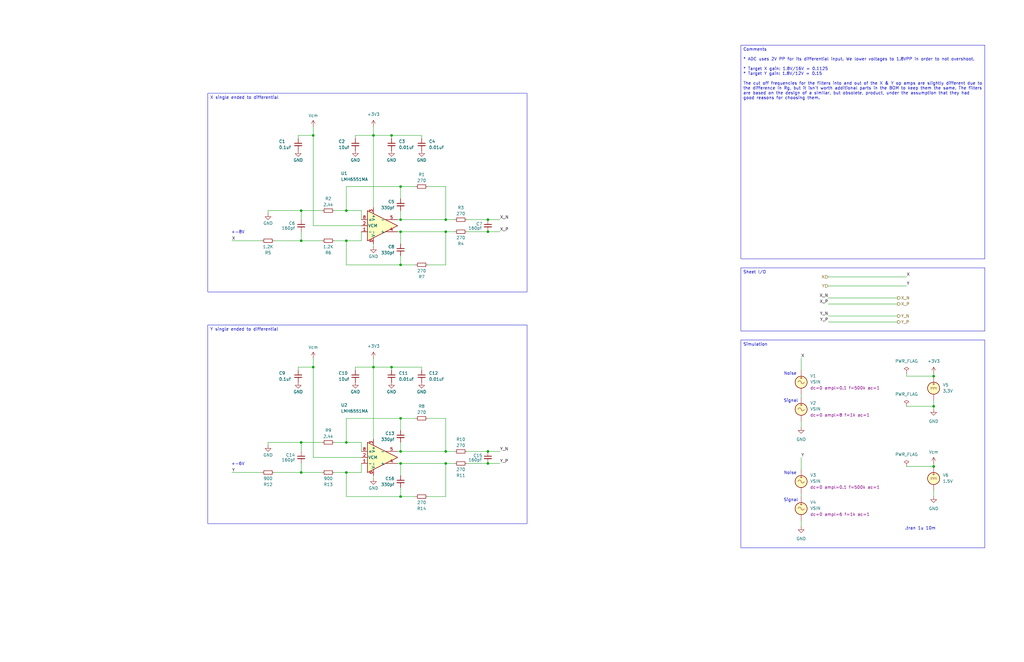
<source format=kicad_sch>
(kicad_sch (version 20231120) (generator "eeschema") (generator_version "8.0")
  (paper "USLedger")
  (lib_symbols
    (symbol "Amplifier_Operational:LMH6551MA" (pin_names (offset 0.254))
      (property "Reference" "U" (at 3.81 6.35 0))
      (property "Value" "LMH6551MA" (at 3.81 -5.08 0))
      (symbol "LMH6551MA_0_1"
        (polyline (pts (xy 7.62 0) (xy -5.08 6.35) (xy -5.08 -6.35) (xy 7.62 0)) (stroke (width 0.254)) (fill (type background)))
        (circle (center 2.54 2.54) (radius 0.0001))
      )
      (symbol "LMH6551MA_1_1"
        (pin input line (at -7.62 -2.54 0) (length 2.54) (name "-") (number "1"))
        (pin input line (at -7.62 0 0) (length 2.54) (name "VCM") (number "2"))
        (pin power_in line (at -2.54 7.62 270) (length 2.54) (name "V+") (number "3"))
        (pin output line (at 7.62 -2.54 180) (length 5.08) (name "+") (number "4"))
        (pin output line (at 7.62 2.54 180) (length 5.08) (name "-") (number "5"))
        (pin power_in line (at -2.54 -7.62 90) (length 2.54) (name "V-") (number "6"))
        (pin no_connect line (at 5.08 0 180) (length 2.54) hide (name "NC") (number "7"))
        (pin input line (at -7.62 2.54 0) (length 2.54) (name "+") (number "8"))
      )
    )
    (symbol "Device:C_Small" (pin_numbers hide) (pin_names (offset 0.254) hide)
      (property "Reference" "C" (at 0.254 1.778 0))
      (property "Value" "C_Small" (at 0.254 -2.032 0))
      (symbol "C_Small_0_1"
        (polyline (pts (xy -1.524 -0.508) (xy 1.524 -0.508)) (stroke (width 0.3302)))
        (polyline (pts (xy -1.524 0.508) (xy 1.524 0.508)) (stroke (width 0.3048)))
      )
      (symbol "C_Small_1_1"
        (pin passive line (at 0 2.54 270) (length 2.032) (name "~") (number "1"))
        (pin passive line (at 0 -2.54 90) (length 2.032) (name "~") (number "2"))
      )
    )
    (symbol "Device:R_Small" (pin_numbers hide) (pin_names (offset 0.254) hide)
      (property "Reference" "R" (at 0.762 0.508 0))
      (property "Value" "R_Small" (at 0.762 -1.016 0))
      (symbol "R_Small_0_1"
        (rectangle (start -0.762 1.778) (end 0.762 -1.778) (stroke (width 0.2032)))
      )
      (symbol "R_Small_1_1"
        (pin passive line (at 0 2.54 270) (length 0.762) (name "~") (number "1"))
        (pin passive line (at 0 -2.54 90) (length 0.762) (name "~") (number "2"))
      )
    )
    (symbol "Simulation_SPICE:VDC" (pin_numbers hide) (pin_names (offset 0.0254))
      (property "Reference" "V" (at 2.54 2.54 0))
      (property "Value" "1" (at 2.54 0 0))
      (symbol "VDC_0_0"
        (polyline (pts (xy -1.27 0.254) (xy 1.27 0.254)))
        (polyline (pts (xy -0.762 -0.254) (xy -1.27 -0.254)))
        (polyline (pts (xy 0.254 -0.254) (xy -0.254 -0.254)))
        (polyline (pts (xy 1.27 -0.254) (xy 0.762 -0.254)))
        (text "+" (at 0 1.905 0) (effects (font (size 1.27 1.27))))
      )
      (symbol "VDC_0_1"
        (circle (center 0 0) (radius 2.54) (stroke (width 0.254)) (fill (type background)))
      )
      (symbol "VDC_1_1"
        (pin passive line (at 0 5.08 270) (length 2.54) (name "~") (number "1"))
        (pin passive line (at 0 -5.08 90) (length 2.54) (name "~") (number "2"))
      )
    )
    (symbol "Simulation_SPICE:VSIN" (pin_numbers hide) (pin_names (offset 0.0254))
      (property "Reference" "V" (at 2.54 2.54 0))
      (property "Value" "VSIN" (at 2.54 0 0))
      (property "Sim.Params" "dc=0 ampl=1 f=1k ac=1" (at 2.54 -2.54 0))
      (symbol "VSIN_0_0"
        (arc (start 0 0) (mid -0.635 0.6323) (end -1.27 0))
        (arc (start 0 0) (mid 0.635 -0.6323) (end 1.27 0))
        (text "+" (at 0 1.905 0) (effects (font (size 1.27 1.27))))
      )
      (symbol "VSIN_0_1"
        (circle (center 0 0) (radius 2.54) (stroke (width 0.254)) (fill (type background)))
      )
      (symbol "VSIN_1_1"
        (pin passive line (at 0 5.08 270) (length 2.54) (name "~") (number "1"))
        (pin passive line (at 0 -5.08 90) (length 2.54) (name "~") (number "2"))
      )
    )
    (symbol "power:+1V5" (power) (pin_numbers hide) (pin_names (offset 0) hide)
      (property "Value" "+1V5" (at 0 3.556 0))
      (symbol "+1V5_0_1"
        (polyline (pts (xy -0.762 1.27) (xy 0 2.54)))
        (polyline (pts (xy 0 0) (xy 0 2.54)))
        (polyline (pts (xy 0 2.54) (xy 0.762 1.27)))
      )
      (symbol "+1V5_1_1"
        (pin power_in line (at 0 0 90) (length 0) (name "~") (number "1"))
      )
    )
    (symbol "power:+3V3" (power) (pin_numbers hide) (pin_names (offset 0) hide)
      (property "Value" "+3V3" (at 0 3.556 0))
      (symbol "+3V3_0_1"
        (polyline (pts (xy -0.762 1.27) (xy 0 2.54)))
        (polyline (pts (xy 0 0) (xy 0 2.54)))
        (polyline (pts (xy 0 2.54) (xy 0.762 1.27)))
      )
      (symbol "+3V3_1_1"
        (pin power_in line (at 0 0 90) (length 0) (name "~") (number "1"))
      )
    )
    (symbol "power:GND" (power) (pin_numbers hide) (pin_names (offset 0) hide)
      (property "Value" "GND" (at 0 -3.81 0))
      (symbol "GND_0_1"
        (polyline (pts (xy 0 0) (xy 0 -1.27) (xy 1.27 -1.27) (xy 0 -2.54) (xy -1.27 -1.27) (xy 0 -1.27)))
      )
      (symbol "GND_1_1"
        (pin power_in line (at 0 0 270) (length 0) (name "~") (number "1"))
      )
    )
    (symbol "power:PWR_FLAG" (power) (pin_numbers hide) (pin_names (offset 0) hide)
      (property "Value" "PWR_FLAG" (at 0 3.81 0))
      (symbol "PWR_FLAG_0_0"
        (pin power_out line (at 0 0 90) (length 0) (name "~") (number "1"))
      )
      (symbol "PWR_FLAG_0_1"
        (polyline (pts (xy 0 0) (xy 0 1.27) (xy -1.016 1.905) (xy 0 2.54) (xy 1.016 1.905) (xy 0 1.27)))
      )
    )
  )
  (junction (at 187.96 195.58))
  (junction (at 132.08 154.94))
  (junction (at 393.7 171.45))
  (junction (at 205.74 190.5))
  (junction (at 165.1 154.94))
  (junction (at 127 88.9))
  (junction (at 127 101.6))
  (junction (at 168.91 195.58))
  (junction (at 168.91 176.53))
  (junction (at 146.05 199.39))
  (junction (at 187.96 92.71))
  (junction (at 146.05 186.69))
  (junction (at 393.7 158.75))
  (junction (at 168.91 190.5))
  (junction (at 187.96 190.5))
  (junction (at 157.48 57.15))
  (junction (at 157.48 154.94))
  (junction (at 168.91 209.55))
  (junction (at 187.96 97.79))
  (junction (at 146.05 101.6))
  (junction (at 168.91 78.74))
  (junction (at 205.74 97.79))
  (junction (at 165.1 57.15))
  (junction (at 132.08 57.15))
  (junction (at 127 186.69))
  (junction (at 393.7 196.85))
  (junction (at 127 199.39))
  (junction (at 205.74 92.71))
  (junction (at 168.91 111.76))
  (junction (at 168.91 92.71))
  (junction (at 168.91 97.79))
  (junction (at 146.05 88.9))
  (junction (at 205.74 195.58))
  (wire (pts (xy 146.05 101.6) (xy 152.4 101.6)))
  (wire (pts (xy 146.05 199.39) (xy 152.4 199.39)))
  (wire (pts (xy 140.97 101.6) (xy 146.05 101.6)))
  (wire (pts (xy 97.79 199.39) (xy 110.49 199.39)))
  (wire (pts (xy 167.64 190.5) (xy 168.91 190.5)))
  (wire (pts (xy 146.05 199.39) (xy 146.05 209.55)))
  (wire (pts (xy 157.48 154.94) (xy 157.48 185.42)))
  (wire (pts (xy 187.96 97.79) (xy 187.96 111.76)))
  (wire (pts (xy 349.25 133.35) (xy 378.46 133.35)))
  (wire (pts (xy 168.91 107.95) (xy 168.91 111.76)))
  (wire (pts (xy 337.82 193.04) (xy 337.82 198.12)))
  (wire (pts (xy 149.86 154.94) (xy 157.48 154.94)))
  (wire (pts (xy 149.86 58.42) (xy 149.86 57.15)))
  (wire (pts (xy 187.96 78.74) (xy 187.96 92.71)))
  (wire (pts (xy 168.91 97.79) (xy 187.96 97.79)))
  (wire (pts (xy 140.97 199.39) (xy 146.05 199.39)))
  (wire (pts (xy 393.7 168.91) (xy 393.7 171.45)))
  (wire (pts (xy 168.91 78.74) (xy 168.91 83.82)))
  (wire (pts (xy 196.85 92.71) (xy 205.74 92.71)))
  (wire (pts (xy 113.03 88.9) (xy 127 88.9)))
  (wire (pts (xy 187.96 97.79) (xy 191.77 97.79)))
  (wire (pts (xy 393.7 195.58) (xy 393.7 196.85)))
  (wire (pts (xy 152.4 101.6) (xy 152.4 97.79)))
  (wire (pts (xy 349.25 120.65) (xy 382.27 120.65)))
  (wire (pts (xy 149.86 156.21) (xy 149.86 154.94)))
  (wire (pts (xy 146.05 78.74) (xy 168.91 78.74)))
  (wire (pts (xy 113.03 186.69) (xy 127 186.69)))
  (wire (pts (xy 196.85 190.5) (xy 205.74 190.5)))
  (wire (pts (xy 168.91 195.58) (xy 187.96 195.58)))
  (wire (pts (xy 127 101.6) (xy 135.89 101.6)))
  (wire (pts (xy 337.82 219.71) (xy 337.82 222.25)))
  (wire (pts (xy 167.64 97.79) (xy 168.91 97.79)))
  (wire (pts (xy 146.05 176.53) (xy 168.91 176.53)))
  (wire (pts (xy 177.8 154.94) (xy 177.8 156.21)))
  (wire (pts (xy 205.74 190.5) (xy 210.82 190.5)))
  (wire (pts (xy 146.05 88.9) (xy 152.4 88.9)))
  (wire (pts (xy 113.03 88.9) (xy 113.03 90.17)))
  (wire (pts (xy 393.7 158.75) (xy 393.7 157.48)))
  (wire (pts (xy 132.08 154.94) (xy 132.08 193.04)))
  (wire (pts (xy 187.96 92.71) (xy 191.77 92.71)))
  (wire (pts (xy 187.96 195.58) (xy 191.77 195.58)))
  (wire (pts (xy 180.34 78.74) (xy 187.96 78.74)))
  (wire (pts (xy 168.91 111.76) (xy 146.05 111.76)))
  (wire (pts (xy 127 88.9) (xy 135.89 88.9)))
  (wire (pts (xy 127 186.69) (xy 127 190.5)))
  (wire (pts (xy 152.4 190.5) (xy 152.4 186.69)))
  (wire (pts (xy 168.91 209.55) (xy 175.26 209.55)))
  (wire (pts (xy 157.48 200.66) (xy 157.48 201.93)))
  (wire (pts (xy 168.91 195.58) (xy 168.91 200.66)))
  (wire (pts (xy 349.25 135.89) (xy 378.46 135.89)))
  (wire (pts (xy 146.05 78.74) (xy 146.05 88.9)))
  (wire (pts (xy 337.82 177.8) (xy 337.82 180.34)))
  (wire (pts (xy 127 186.69) (xy 135.89 186.69)))
  (wire (pts (xy 349.25 128.27) (xy 378.46 128.27)))
  (wire (pts (xy 115.57 101.6) (xy 127 101.6)))
  (wire (pts (xy 337.82 151.13) (xy 337.82 156.21)))
  (wire (pts (xy 168.91 111.76) (xy 175.26 111.76)))
  (wire (pts (xy 97.79 101.6) (xy 110.49 101.6)))
  (wire (pts (xy 125.73 156.21) (xy 125.73 154.94)))
  (wire (pts (xy 115.57 199.39) (xy 127 199.39)))
  (wire (pts (xy 168.91 186.69) (xy 168.91 190.5)))
  (wire (pts (xy 140.97 186.69) (xy 146.05 186.69)))
  (wire (pts (xy 205.74 92.71) (xy 210.82 92.71)))
  (wire (pts (xy 168.91 209.55) (xy 146.05 209.55)))
  (wire (pts (xy 180.34 209.55) (xy 187.96 209.55)))
  (wire (pts (xy 180.34 176.53) (xy 187.96 176.53)))
  (wire (pts (xy 177.8 57.15) (xy 177.8 58.42)))
  (wire (pts (xy 168.91 97.79) (xy 168.91 102.87)))
  (wire (pts (xy 337.82 208.28) (xy 337.82 209.55)))
  (wire (pts (xy 152.4 199.39) (xy 152.4 195.58)))
  (wire (pts (xy 187.96 195.58) (xy 187.96 209.55)))
  (wire (pts (xy 168.91 176.53) (xy 168.91 181.61)))
  (wire (pts (xy 132.08 151.13) (xy 132.08 154.94)))
  (wire (pts (xy 180.34 111.76) (xy 187.96 111.76)))
  (wire (pts (xy 157.48 57.15) (xy 157.48 87.63)))
  (wire (pts (xy 149.86 57.15) (xy 157.48 57.15)))
  (wire (pts (xy 205.74 97.79) (xy 210.82 97.79)))
  (wire (pts (xy 157.48 154.94) (xy 165.1 154.94)))
  (wire (pts (xy 382.27 158.75) (xy 393.7 158.75)))
  (wire (pts (xy 337.82 166.37) (xy 337.82 167.64)))
  (wire (pts (xy 382.27 171.45) (xy 393.7 171.45)))
  (wire (pts (xy 157.48 102.87) (xy 157.48 104.14)))
  (wire (pts (xy 168.91 78.74) (xy 175.26 78.74)))
  (wire (pts (xy 125.73 154.94) (xy 132.08 154.94)))
  (wire (pts (xy 167.64 92.71) (xy 168.91 92.71)))
  (wire (pts (xy 168.91 88.9) (xy 168.91 92.71)))
  (wire (pts (xy 125.73 57.15) (xy 132.08 57.15)))
  (wire (pts (xy 165.1 154.94) (xy 165.1 156.21)))
  (wire (pts (xy 349.25 125.73) (xy 378.46 125.73)))
  (wire (pts (xy 382.27 158.75) (xy 382.27 157.48)))
  (wire (pts (xy 393.7 207.01) (xy 393.7 209.55)))
  (wire (pts (xy 113.03 186.69) (xy 113.03 187.96)))
  (wire (pts (xy 146.05 186.69) (xy 152.4 186.69)))
  (wire (pts (xy 168.91 92.71) (xy 187.96 92.71)))
  (wire (pts (xy 187.96 176.53) (xy 187.96 190.5)))
  (wire (pts (xy 167.64 195.58) (xy 168.91 195.58)))
  (wire (pts (xy 132.08 57.15) (xy 132.08 95.25)))
  (wire (pts (xy 132.08 95.25) (xy 152.4 95.25)))
  (wire (pts (xy 168.91 176.53) (xy 175.26 176.53)))
  (wire (pts (xy 157.48 151.13) (xy 157.48 154.94)))
  (wire (pts (xy 187.96 190.5) (xy 191.77 190.5)))
  (wire (pts (xy 196.85 195.58) (xy 205.74 195.58)))
  (wire (pts (xy 146.05 176.53) (xy 146.05 186.69)))
  (wire (pts (xy 132.08 193.04) (xy 152.4 193.04)))
  (wire (pts (xy 157.48 53.34) (xy 157.48 57.15)))
  (wire (pts (xy 127 199.39) (xy 135.89 199.39)))
  (wire (pts (xy 152.4 92.71) (xy 152.4 88.9)))
  (wire (pts (xy 205.74 195.58) (xy 210.82 195.58)))
  (wire (pts (xy 177.8 154.94) (xy 165.1 154.94)))
  (wire (pts (xy 168.91 205.74) (xy 168.91 209.55)))
  (wire (pts (xy 127 88.9) (xy 127 92.71)))
  (wire (pts (xy 146.05 101.6) (xy 146.05 111.76)))
  (wire (pts (xy 127 195.58) (xy 127 199.39)))
  (wire (pts (xy 196.85 97.79) (xy 205.74 97.79)))
  (wire (pts (xy 127 97.79) (xy 127 101.6)))
  (wire (pts (xy 125.73 58.42) (xy 125.73 57.15)))
  (wire (pts (xy 393.7 171.45) (xy 393.7 172.72)))
  (wire (pts (xy 157.48 57.15) (xy 165.1 57.15)))
  (wire (pts (xy 132.08 53.34) (xy 132.08 57.15)))
  (wire (pts (xy 177.8 57.15) (xy 165.1 57.15)))
  (wire (pts (xy 382.27 196.85) (xy 393.7 196.85)))
  (wire (pts (xy 349.25 116.84) (xy 382.27 116.84)))
  (wire (pts (xy 168.91 190.5) (xy 187.96 190.5)))
  (wire (pts (xy 140.97 88.9) (xy 146.05 88.9)))
  (wire (pts (xy 165.1 57.15) (xy 165.1 58.42)))
  (text_box "Comments\n\n* ADC uses 2V PP for its differential input. We lower voltages to 1.8VPP in order to not overshoot.\n\n* Target X gain: 1.8V/16V = 0.1125\n* Target Y gain: 1.8V/12V = 0.15\n\nThe cut off frequencies for the filters into and out of the X & Y op amps are slightly different due to the difference in Rg, but it isn't worth additional parts in the BOM to keep them the same. The filters are based on the design of a similar, but obsolete, product, under the assumption that they had good reasons for choosing them." (at 312.42 19.05 0) (size 102.87 90.17) (effects (font (size 1.27 1.27)) (justify left top)))
  (text_box "X single ended to differential" (at 87.63 39.37 0) (size 134.62 83.82) (effects (font (size 1.27 1.27)) (justify left top)))
  (text_box "Sheet I/O" (at 312.42 113.03 0) (size 102.87 26.67) (effects (font (size 1.27 1.27)) (justify left top)))
  (text_box "Simulation" (at 312.42 143.51 0) (size 102.87 87.63) (effects (font (size 1.27 1.27)) (justify left top)))
  (text_box "Y single ended to differential" (at 87.63 137.16 0) (size 134.62 83.82) (effects (font (size 1.27 1.27)) (justify left top)))
  (text "+-8V" (at 100.33 98.044 0) (effects (font (size 1.27 1.27))))
  (text "Signal" (at 333.502 169.164 0) (effects (font (size 1.27 1.27))))
  (text "Signal" (at 333.502 211.074 0) (effects (font (size 1.27 1.27))))
  (text ".tran 1u 10m" (at 388.112 223.012 0) (effects (font (size 1.27 1.27))))
  (text "Noise" (at 333.248 157.734 0) (effects (font (size 1.27 1.27))))
  (text "Noise" (at 333.248 199.644 0) (effects (font (size 1.27 1.27))))
  (text "+-6V" (at 100.33 195.834 0) (effects (font (size 1.27 1.27))))
  (label "X_N" (at 210.82 92.71 0))
  (label "X_N" (at 349.25 125.73 180))
  (label "X_P" (at 349.25 128.27 180))
  (label "Y" (at 337.82 193.04 0))
  (label "Y" (at 382.27 120.65 0))
  (label "X" (at 337.82 151.13 0))
  (label "Y_N" (at 349.25 133.35 180))
  (label "Y_N" (at 210.82 190.5 0))
  (label "X" (at 97.79 101.6 0))
  (label "X_P" (at 210.82 97.79 0))
  (label "Y_P" (at 210.82 195.58 0))
  (label "X" (at 382.27 116.84 0))
  (label "Y" (at 97.79 199.39 0))
  (label "Y_P" (at 349.25 135.89 180))
  (hierarchical_label "Y_N" (shape output) (at 378.46 133.35 0))
  (hierarchical_label "X" (shape input) (at 349.25 116.84 180))
  (hierarchical_label "Y_P" (shape output) (at 378.46 135.89 0))
  (hierarchical_label "X_P" (shape output) (at 378.46 128.27 0))
  (hierarchical_label "Y" (shape input) (at 349.25 120.65 180))
  (hierarchical_label "X_N" (shape output) (at 378.46 125.73 0))
  (symbol (lib_id "Device:C_Small") (at 168.91 86.36 0) (mirror y) (unit 1)
    (property "Reference" "C5" (at 166.37 85.0962 0) (effects (justify left)))
    (property "Value" "330pf" (at 166.37 87.6362 0) (effects (justify left)))
    (property "Description" "Unpolarized capacitor, small symbol" (effects (hide yes)))
  )
  (symbol (lib_id "power:GND") (at 393.7 172.72 0) (unit 1)
    (property "Reference" "#PWR020" (effects (hide yes)))
    (property "Value" "GND" (at 393.7 177.8 0))
    (property "Description" "Power symbol creates a global label with name \"GND\" , ground" (effects (hide yes)))
  )
  (symbol (lib_id "Simulation_SPICE:VSIN") (at 337.82 214.63 0) (unit 1) (in_bom no) (on_board no)
    (property "Reference" "V4" (at 341.63 211.9601 0) (effects (justify left)))
    (property "Value" "VSIN" (at 341.63 214.5001 0) (effects (justify left)))
    (property "Datasheet" "https://ngspice.sourceforge.io/docs/ngspice-html-manual/manual.xhtml#sec_Independent_Sources_for" (effects (hide yes)))
    (property "Description" "Voltage source, sinusoidal" (effects (hide yes)))
    (property "Sim.Pins" "1=+ 2=-" (effects (hide yes)))
    (property "Sim.Params" "dc=0 ampl=6 f=1k ac=1" (at 341.63 217.0401 0) (effects (justify left)))
    (property "Sim.Type" "SIN" (effects (hide yes)))
    (property "Sim.Device" "V" (effects (hide yes)))
  )
  (symbol (lib_id "Device:C_Small") (at 127 95.25 0) (mirror y) (unit 1)
    (property "Reference" "C6" (at 124.46 94.234 0) (effects (justify left)))
    (property "Value" "160pf" (at 124.46 96.266 0) (effects (justify left)))
    (property "Description" "Unpolarized capacitor, small symbol" (effects (hide yes)))
  )
  (symbol (lib_id "Device:C_Small") (at 177.8 60.96 0) (unit 1)
    (property "Reference" "C4" (at 180.848 59.69 0) (effects (justify left)))
    (property "Value" "0.01uf" (at 180.848 62.23 0) (effects (justify left)))
    (property "Footprint" "Capacitor_SMD:C_0402_1005Metric" (effects (hide yes)))
    (property "Description" "Unpolarized capacitor, small symbol" (effects (hide yes)))
  )
  (symbol (lib_id "Device:C_Small") (at 125.73 158.75 0) (unit 1)
    (property "Reference" "C9" (at 117.602 157.48 0) (effects (justify left)))
    (property "Value" "0.1uf" (at 117.602 160.02 0) (effects (justify left)))
    (property "Footprint" "Capacitor_SMD:C_0402_1005Metric" (effects (hide yes)))
    (property "Description" "Unpolarized capacitor, small symbol" (effects (hide yes)))
  )
  (symbol (lib_id "Device:C_Small") (at 165.1 60.96 0) (unit 1)
    (property "Reference" "C3" (at 168.148 59.69 0) (effects (justify left)))
    (property "Value" "0.01uf" (at 168.148 62.23 0) (effects (justify left)))
    (property "Footprint" "Capacitor_SMD:C_0402_1005Metric" (effects (hide yes)))
    (property "Description" "Unpolarized capacitor, small symbol" (effects (hide yes)))
  )
  (symbol (lib_id "power:GND") (at 149.86 161.29 0) (unit 1)
    (property "Reference" "#PWR0102" (effects (hide yes)))
    (property "Value" "GND" (at 149.86 165.354 0))
    (property "Description" "Power symbol creates a global label with name \"GND\" , ground" (effects (hide yes)))
  )
  (symbol (lib_id "Amplifier_Operational:LMH6551MA") (at 160.02 193.04 0) (unit 1)
    (property "Reference" "U2" (at 143.764 170.942 0) (effects (justify left)))
    (property "Value" "LMH6551MA" (at 143.764 173.482 0) (effects (justify left)))
    (property "Footprint" "Package_SO:SOIC-8_3.9x4.9mm_P1.27mm" (effects (hide yes)))
    (property "Datasheet" "http://www.ti.com/lit/ds/symlink/lmh6551.pdf" (effects (hide yes)))
    (property "Description" "Differential, High-Speed, Op Amp, SOIC-8" (effects (hide yes)))
    (property "Sim.Library" "${KIPRJMOD}/../../spice_mod/lmh6551.mod" (effects (hide yes)))
    (property "Sim.Name" "LMH6551" (effects (hide yes)))
    (property "Sim.Device" "SUBCKT" (effects (hide yes)))
    (property "Sim.Pins" "1=1002 2=1005 3=1003 4=1006 5=1007 6=1004 8=1001" (effects (hide yes)))
  )
  (symbol (lib_id "Simulation_SPICE:VSIN") (at 337.82 172.72 0) (unit 1) (in_bom no) (on_board no)
    (property "Reference" "V2" (at 341.63 170.0501 0) (effects (justify left)))
    (property "Value" "VSIN" (at 341.63 172.5901 0) (effects (justify left)))
    (property "Datasheet" "https://ngspice.sourceforge.io/docs/ngspice-html-manual/manual.xhtml#sec_Independent_Sources_for" (effects (hide yes)))
    (property "Description" "Voltage source, sinusoidal" (effects (hide yes)))
    (property "Sim.Pins" "1=+ 2=-" (effects (hide yes)))
    (property "Sim.Params" "dc=0 ampl=8 f=1k ac=1" (at 341.63 175.1301 0) (effects (justify left)))
    (property "Sim.Type" "SIN" (effects (hide yes)))
    (property "Sim.Device" "V" (effects (hide yes)))
  )
  (symbol (lib_id "Device:C_Small") (at 205.74 193.04 0) (mirror y) (unit 1)
    (property "Reference" "C15" (at 203.454 192.278 0) (effects (justify left)))
    (property "Value" "160pf" (at 203.2 194.056 0) (effects (justify left)))
    (property "Description" "Unpolarized capacitor, small symbol" (effects (hide yes)))
  )
  (symbol (lib_id "power:GND") (at 157.48 201.93 0) (unit 1)
    (property "Reference" "#PWR0110" (effects (hide yes)))
    (property "Value" "GND" (at 157.48 205.994 0))
    (property "Description" "Power symbol creates a global label with name \"GND\" , ground" (effects (hide yes)))
  )
  (symbol (lib_id "power:GND") (at 165.1 63.5 0) (unit 1)
    (property "Reference" "#PWR0115" (effects (hide yes)))
    (property "Value" "GND" (at 165.1 67.564 0))
    (property "Description" "Power symbol creates a global label with name \"GND\" , ground" (effects (hide yes)))
  )
  (symbol (lib_id "Device:R_Small") (at 177.8 176.53 90) (unit 1)
    (property "Reference" "R8" (at 177.8 171.45 90))
    (property "Value" "270" (at 177.8 173.99 90))
    (property "Description" "Resistor, small symbol" (effects (hide yes)))
  )
  (symbol (lib_id "Device:C_Small") (at 149.86 158.75 0) (unit 1)
    (property "Reference" "C10" (at 142.748 157.48 0) (effects (justify left)))
    (property "Value" "10uf" (at 142.748 160.02 0) (effects (justify left)))
    (property "Footprint" "Capacitor_SMD:C_0603_1608Metric" (effects (hide yes)))
    (property "Description" "Unpolarized capacitor, small symbol" (effects (hide yes)))
  )
  (symbol (lib_id "Simulation_SPICE:VDC") (at 393.7 201.93 0) (unit 1) (in_bom no) (on_board no)
    (property "Reference" "V6" (at 397.51 200.5301 0) (effects (justify left)))
    (property "Value" "1.5V" (at 397.51 203.0701 0) (effects (justify left)))
    (property "Datasheet" "https://ngspice.sourceforge.io/docs/ngspice-html-manual/manual.xhtml#sec_Independent_Sources_for" (effects (hide yes)))
    (property "Description" "Voltage source, DC" (effects (hide yes)))
    (property "Sim.Pins" "1=+ 2=-" (effects (hide yes)))
    (property "Sim.Type" "DC" (effects (hide yes)))
    (property "Sim.Device" "V" (effects (hide yes)))
  )
  (symbol (lib_id "Amplifier_Operational:LMH6551MA") (at 160.02 95.25 0) (unit 1)
    (property "Reference" "U1" (at 143.764 73.152 0) (effects (justify left)))
    (property "Value" "LMH6551MA" (at 143.764 75.692 0) (effects (justify left)))
    (property "Footprint" "Package_SO:SOIC-8_3.9x4.9mm_P1.27mm" (effects (hide yes)))
    (property "Datasheet" "http://www.ti.com/lit/ds/symlink/lmh6551.pdf" (effects (hide yes)))
    (property "Description" "Differential, High-Speed, Op Amp, SOIC-8" (effects (hide yes)))
    (property "Sim.Library" "${KIPRJMOD}/../../spice_mod/lmh6551.mod" (effects (hide yes)))
    (property "Sim.Name" "LMH6551" (effects (hide yes)))
    (property "Sim.Device" "SUBCKT" (effects (hide yes)))
    (property "Sim.Pins" "1=1002 2=1005 3=1003 4=1006 5=1007 6=1004 8=1001" (effects (hide yes)))
  )
  (symbol (lib_id "power:GND") (at 149.86 63.5 0) (unit 1)
    (property "Reference" "#PWR0113" (effects (hide yes)))
    (property "Value" "GND" (at 149.86 67.564 0))
    (property "Description" "Power symbol creates a global label with name \"GND\" , ground" (effects (hide yes)))
  )
  (symbol (lib_id "Device:C_Small") (at 149.86 60.96 0) (unit 1)
    (property "Reference" "C2" (at 142.748 59.69 0) (effects (justify left)))
    (property "Value" "10uf" (at 142.748 62.23 0) (effects (justify left)))
    (property "Footprint" "Capacitor_SMD:C_0603_1608Metric" (effects (hide yes)))
    (property "Description" "Unpolarized capacitor, small symbol" (effects (hide yes)))
  )
  (symbol (lib_id "Simulation_SPICE:VSIN") (at 337.82 161.29 0) (unit 1) (in_bom no) (on_board no)
    (property "Reference" "V1" (at 341.63 158.6201 0) (effects (justify left)))
    (property "Value" "VSIN" (at 341.63 161.1601 0) (effects (justify left)))
    (property "Datasheet" "https://ngspice.sourceforge.io/docs/ngspice-html-manual/manual.xhtml#sec_Independent_Sources_for" (effects (hide yes)))
    (property "Description" "Voltage source, sinusoidal" (effects (hide yes)))
    (property "Sim.Pins" "1=+ 2=-" (effects (hide yes)))
    (property "Sim.Params" "dc=0 ampl=0.1 f=500k ac=1" (at 341.63 163.7001 0) (effects (justify left)))
    (property "Sim.Type" "SIN" (effects (hide yes)))
    (property "Sim.Device" "V" (effects (hide yes)))
  )
  (symbol (lib_id "power:GND") (at 157.48 104.14 0) (unit 1)
    (property "Reference" "#PWR0116" (effects (hide yes)))
    (property "Value" "GND" (at 157.48 108.204 0))
    (property "Description" "Power symbol creates a global label with name \"GND\" , ground" (effects (hide yes)))
  )
  (symbol (lib_id "power:GND") (at 113.03 187.96 0) (unit 1)
    (property "Reference" "#PWR0109" (effects (hide yes)))
    (property "Value" "GND" (at 113.03 192.024 0))
    (property "Description" "Power symbol creates a global label with name \"GND\" , ground" (effects (hide yes)))
  )
  (symbol (lib_id "Device:R_Small") (at 138.43 88.9 90) (unit 1)
    (property "Reference" "R2" (at 138.43 83.82 90))
    (property "Value" "2.4k" (at 138.43 86.36 90))
    (property "Description" "Resistor, small symbol" (effects (hide yes)))
  )
  (symbol (lib_id "power:GND") (at 337.82 180.34 0) (unit 1)
    (property "Reference" "#PWR017" (effects (hide yes)))
    (property "Value" "GND" (at 337.82 185.42 0))
    (property "Description" "Power symbol creates a global label with name \"GND\" , ground" (effects (hide yes)))
  )
  (symbol (lib_id "Device:C_Small") (at 168.91 105.41 0) (mirror y) (unit 1)
    (property "Reference" "C8" (at 166.37 104.1462 0) (effects (justify left)))
    (property "Value" "330pf" (at 166.37 106.6862 0) (effects (justify left)))
    (property "Description" "Unpolarized capacitor, small symbol" (effects (hide yes)))
  )
  (symbol (lib_id "power:PWR_FLAG") (at 382.27 171.45 0) (unit 1)
    (property "Reference" "#FLG02" (effects (hide yes)))
    (property "Value" "PWR_FLAG" (at 382.27 166.37 0))
    (property "Description" "Special symbol for telling ERC where power comes from" (effects (hide yes)))
  )
  (symbol (lib_id "power:GND") (at 177.8 161.29 0) (unit 1)
    (property "Reference" "#PWR0107" (effects (hide yes)))
    (property "Value" "GND" (at 177.8 165.354 0))
    (property "Description" "Power symbol creates a global label with name \"GND\" , ground" (effects (hide yes)))
  )
  (symbol (lib_id "Device:R_Small") (at 113.03 101.6 90) (mirror x) (unit 1)
    (property "Reference" "R5" (at 113.03 106.68 90))
    (property "Value" "1.2K" (at 113.03 104.14 90))
    (property "Description" "Resistor, small symbol" (effects (hide yes)))
  )
  (symbol (lib_id "Device:R_Small") (at 194.31 97.79 90) (mirror x) (unit 1)
    (property "Reference" "R4" (at 194.31 102.87 90))
    (property "Value" "270" (at 194.31 100.33 90))
    (property "Description" "Resistor, small symbol" (effects (hide yes)))
  )
  (symbol (lib_id "Device:C_Small") (at 168.91 184.15 0) (mirror y) (unit 1)
    (property "Reference" "C13" (at 166.37 182.8862 0) (effects (justify left)))
    (property "Value" "330pf" (at 166.37 185.4262 0) (effects (justify left)))
    (property "Description" "Unpolarized capacitor, small symbol" (effects (hide yes)))
  )
  (symbol (lib_id "Device:R_Small") (at 194.31 92.71 90) (unit 1)
    (property "Reference" "R3" (at 194.31 87.63 90))
    (property "Value" "270" (at 194.31 90.17 90))
    (property "Description" "Resistor, small symbol" (effects (hide yes)))
  )
  (symbol (lib_id "Device:R_Small") (at 138.43 101.6 90) (mirror x) (unit 1)
    (property "Reference" "R6" (at 138.43 106.68 90))
    (property "Value" "1.2K" (at 138.43 104.14 90))
    (property "Description" "Resistor, small symbol" (effects (hide yes)))
  )
  (symbol (lib_id "Device:C_Small") (at 168.91 203.2 0) (mirror y) (unit 1)
    (property "Reference" "C16" (at 166.37 201.9362 0) (effects (justify left)))
    (property "Value" "330pf" (at 166.37 204.4762 0) (effects (justify left)))
    (property "Description" "Unpolarized capacitor, small symbol" (effects (hide yes)))
  )
  (symbol (lib_id "Device:R_Small") (at 194.31 190.5 90) (unit 1)
    (property "Reference" "R10" (at 194.31 185.42 90))
    (property "Value" "270" (at 194.31 187.96 90))
    (property "Description" "Resistor, small symbol" (effects (hide yes)))
  )
  (symbol (lib_id "power:GND") (at 393.7 209.55 0) (unit 1)
    (property "Reference" "#PWR022" (effects (hide yes)))
    (property "Value" "GND" (at 393.7 214.63 0))
    (property "Description" "Power symbol creates a global label with name \"GND\" , ground" (effects (hide yes)))
  )
  (symbol (lib_id "power:PWR_FLAG") (at 382.27 196.85 0) (unit 1)
    (property "Reference" "#FLG03" (effects (hide yes)))
    (property "Value" "PWR_FLAG" (at 382.27 191.77 0))
    (property "Description" "Special symbol for telling ERC where power comes from" (effects (hide yes)))
  )
  (symbol (lib_id "power:+1V5") (at 393.7 195.58 0) (unit 1)
    (property "Reference" "#PWR021" (effects (hide yes)))
    (property "Value" "Vcm" (at 393.7 190.754 0))
    (property "Description" "Power symbol creates a global label with name \"+1V5\"" (effects (hide yes)))
  )
  (symbol (lib_id "Device:C_Small") (at 125.73 60.96 0) (unit 1)
    (property "Reference" "C1" (at 117.602 59.69 0) (effects (justify left)))
    (property "Value" "0.1uf" (at 117.602 62.23 0) (effects (justify left)))
    (property "Footprint" "Capacitor_SMD:C_0402_1005Metric" (effects (hide yes)))
    (property "Description" "Unpolarized capacitor, small symbol" (effects (hide yes)))
  )
  (symbol (lib_id "Device:R_Small") (at 113.03 199.39 90) (mirror x) (unit 1)
    (property "Reference" "R12" (at 113.03 204.47 90))
    (property "Value" "900" (at 113.03 201.93 90))
    (property "Description" "Resistor, small symbol" (effects (hide yes)))
  )
  (symbol (lib_id "Device:R_Small") (at 138.43 186.69 90) (unit 1)
    (property "Reference" "R9" (at 138.43 181.61 90))
    (property "Value" "2.4k" (at 138.43 184.15 90))
    (property "Description" "Resistor, small symbol" (effects (hide yes)))
  )
  (symbol (lib_id "Device:R_Small") (at 177.8 111.76 90) (mirror x) (unit 1)
    (property "Reference" "R7" (at 177.8 116.84 90))
    (property "Value" "270" (at 177.8 114.3 90))
    (property "Description" "Resistor, small symbol" (effects (hide yes)))
  )
  (symbol (lib_id "Device:C_Small") (at 177.8 158.75 0) (unit 1)
    (property "Reference" "C12" (at 180.848 157.48 0) (effects (justify left)))
    (property "Value" "0.01uf" (at 180.848 160.02 0) (effects (justify left)))
    (property "Footprint" "Capacitor_SMD:C_0402_1005Metric" (effects (hide yes)))
    (property "Description" "Unpolarized capacitor, small symbol" (effects (hide yes)))
  )
  (symbol (lib_id "Device:C_Small") (at 205.74 95.25 0) (mirror y) (unit 1)
    (property "Reference" "C7" (at 203.454 94.488 0) (effects (justify left)))
    (property "Value" "160pf" (at 203.2 96.266 0) (effects (justify left)))
    (property "Description" "Unpolarized capacitor, small symbol" (effects (hide yes)))
  )
  (symbol (lib_id "Device:R_Small") (at 138.43 199.39 90) (mirror x) (unit 1)
    (property "Reference" "R13" (at 138.43 204.47 90))
    (property "Value" "900" (at 138.43 201.93 90))
    (property "Description" "Resistor, small symbol" (effects (hide yes)))
  )
  (symbol (lib_id "Device:R_Small") (at 177.8 209.55 90) (mirror x) (unit 1)
    (property "Reference" "R14" (at 177.8 214.63 90))
    (property "Value" "270" (at 177.8 212.09 90))
    (property "Description" "Resistor, small symbol" (effects (hide yes)))
  )
  (symbol (lib_id "power:GND") (at 113.03 90.17 0) (unit 1)
    (property "Reference" "#PWR0104" (effects (hide yes)))
    (property "Value" "GND" (at 113.03 94.234 0))
    (property "Description" "Power symbol creates a global label with name \"GND\" , ground" (effects (hide yes)))
  )
  (symbol (lib_id "Device:C_Small") (at 127 193.04 0) (mirror y) (unit 1)
    (property "Reference" "C14" (at 124.46 192.024 0) (effects (justify left)))
    (property "Value" "160pf" (at 124.46 194.056 0) (effects (justify left)))
    (property "Description" "Unpolarized capacitor, small symbol" (effects (hide yes)))
  )
  (symbol (lib_id "Device:R_Small") (at 177.8 78.74 90) (unit 1)
    (property "Reference" "R1" (at 177.8 73.66 90))
    (property "Value" "270" (at 177.8 76.2 90))
    (property "Description" "Resistor, small symbol" (effects (hide yes)))
  )
  (symbol (lib_id "power:GND") (at 125.73 63.5 0) (unit 1)
    (property "Reference" "#PWR0103" (effects (hide yes)))
    (property "Value" "GND" (at 125.73 67.564 0))
    (property "Description" "Power symbol creates a global label with name \"GND\" , ground" (effects (hide yes)))
  )
  (symbol (lib_id "power:+3V3") (at 157.48 53.34 0) (unit 1)
    (property "Reference" "#PWR0111" (effects (hide yes)))
    (property "Value" "+3V3" (at 157.48 48.26 0))
    (property "Description" "Power symbol creates a global label with name \"+3V3\"" (effects (hide yes)))
  )
  (symbol (lib_id "power:PWR_FLAG") (at 382.27 157.48 0) (unit 1)
    (property "Reference" "#FLG01" (effects (hide yes)))
    (property "Value" "PWR_FLAG" (at 382.27 152.4 0))
    (property "Description" "Special symbol for telling ERC where power comes from" (effects (hide yes)))
  )
  (symbol (lib_id "Device:C_Small") (at 165.1 158.75 0) (unit 1)
    (property "Reference" "C11" (at 168.148 157.48 0) (effects (justify left)))
    (property "Value" "0.01uf" (at 168.148 160.02 0) (effects (justify left)))
    (property "Footprint" "Capacitor_SMD:C_0402_1005Metric" (effects (hide yes)))
    (property "Description" "Unpolarized capacitor, small symbol" (effects (hide yes)))
  )
  (symbol (lib_id "power:GND") (at 337.82 222.25 0) (unit 1)
    (property "Reference" "#PWR018" (effects (hide yes)))
    (property "Value" "GND" (at 337.82 227.33 0))
    (property "Description" "Power symbol creates a global label with name \"GND\" , ground" (effects (hide yes)))
  )
  (symbol (lib_id "power:+1V5") (at 132.08 151.13 0) (unit 1)
    (property "Reference" "#PWR0105" (effects (hide yes)))
    (property "Value" "Vcm" (at 132.08 146.558 0))
    (property "Description" "Power symbol creates a global label with name \"+1V5\"" (effects (hide yes)))
  )
  (symbol (lib_id "Simulation_SPICE:VSIN") (at 337.82 203.2 0) (unit 1) (in_bom no) (on_board no)
    (property "Reference" "V3" (at 341.63 200.5301 0) (effects (justify left)))
    (property "Value" "VSIN" (at 341.63 203.0701 0) (effects (justify left)))
    (property "Datasheet" "https://ngspice.sourceforge.io/docs/ngspice-html-manual/manual.xhtml#sec_Independent_Sources_for" (effects (hide yes)))
    (property "Description" "Voltage source, sinusoidal" (effects (hide yes)))
    (property "Sim.Pins" "1=+ 2=-" (effects (hide yes)))
    (property "Sim.Params" "dc=0 ampl=0.1 f=500k ac=1" (at 341.63 205.6101 0) (effects (justify left)))
    (property "Sim.Type" "SIN" (effects (hide yes)))
    (property "Sim.Device" "V" (effects (hide yes)))
  )
  (symbol (lib_id "Simulation_SPICE:VDC") (at 393.7 163.83 0) (unit 1) (in_bom no) (on_board no)
    (property "Reference" "V5" (at 397.51 162.4301 0) (effects (justify left)))
    (property "Value" "3.3V" (at 397.51 164.9701 0) (effects (justify left)))
    (property "Datasheet" "https://ngspice.sourceforge.io/docs/ngspice-html-manual/manual.xhtml#sec_Independent_Sources_for" (effects (hide yes)))
    (property "Description" "Voltage source, DC" (effects (hide yes)))
    (property "Sim.Pins" "1=+ 2=-" (effects (hide yes)))
    (property "Sim.Type" "DC" (effects (hide yes)))
    (property "Sim.Device" "V" (effects (hide yes)))
  )
  (symbol (lib_id "power:+3V3") (at 157.48 151.13 0) (unit 1)
    (property "Reference" "#PWR0106" (effects (hide yes)))
    (property "Value" "+3V3" (at 157.48 146.05 0))
    (property "Description" "Power symbol creates a global label with name \"+3V3\"" (effects (hide yes)))
  )
  (symbol (lib_id "power:GND") (at 165.1 161.29 0) (unit 1)
    (property "Reference" "#PWR0108" (effects (hide yes)))
    (property "Value" "GND" (at 165.1 165.354 0))
    (property "Description" "Power symbol creates a global label with name \"GND\" , ground" (effects (hide yes)))
  )
  (symbol (lib_id "power:GND") (at 125.73 161.29 0) (unit 1)
    (property "Reference" "#PWR0101" (effects (hide yes)))
    (property "Value" "GND" (at 125.73 165.354 0))
    (property "Description" "Power symbol creates a global label with name \"GND\" , ground" (effects (hide yes)))
  )
  (symbol (lib_id "power:+3V3") (at 393.7 157.48 0) (unit 1)
    (property "Reference" "#PWR019" (effects (hide yes)))
    (property "Value" "+3V3" (at 393.7 152.4 0))
    (property "Description" "Power symbol creates a global label with name \"+3V3\"" (effects (hide yes)))
  )
  (symbol (lib_id "Device:R_Small") (at 194.31 195.58 90) (mirror x) (unit 1)
    (property "Reference" "R11" (at 194.31 200.66 90))
    (property "Value" "270" (at 194.31 198.12 90))
    (property "Description" "Resistor, small symbol" (effects (hide yes)))
  )
  (symbol (lib_id "power:+1V5") (at 132.08 53.34 0) (unit 1)
    (property "Reference" "#PWR0112" (effects (hide yes)))
    (property "Value" "Vcm" (at 132.08 48.768 0))
    (property "Description" "Power symbol creates a global label with name \"+1V5\"" (effects (hide yes)))
  )
  (symbol (lib_id "power:GND") (at 177.8 63.5 0) (unit 1)
    (property "Reference" "#PWR0114" (effects (hide yes)))
    (property "Value" "GND" (at 177.8 67.564 0))
    (property "Description" "Power symbol creates a global label with name \"GND\" , ground" (effects (hide yes)))
  )
)
</source>
